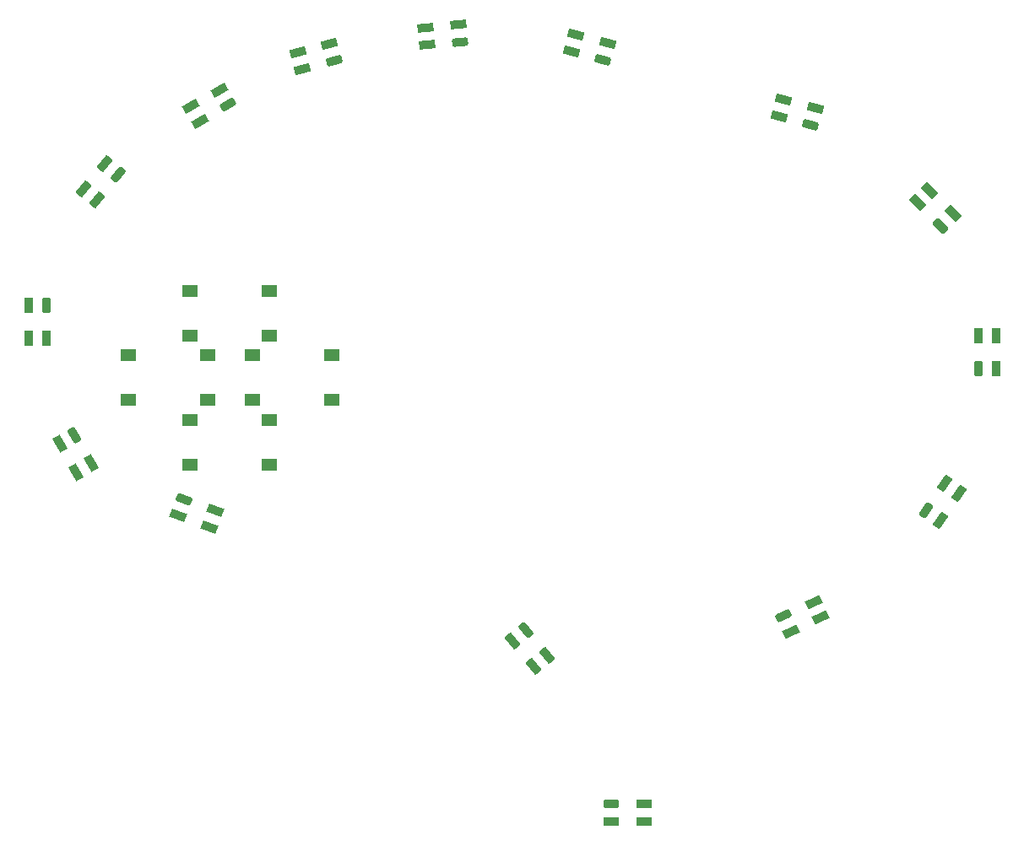
<source format=gtp>
G04 Layer_Color=7318015*
%FSLAX25Y25*%
%MOIN*%
G70*
G01*
G75*
%ADD10R,0.06102X0.05118*%
G04:AMPARAMS|DCode=11|XSize=62.99mil|YSize=33.47mil|CornerRadius=8.37mil|HoleSize=0mil|Usage=FLASHONLY|Rotation=340.000|XOffset=0mil|YOffset=0mil|HoleType=Round|Shape=RoundedRectangle|*
%AMROUNDEDRECTD11*
21,1,0.06299,0.01673,0,0,340.0*
21,1,0.04626,0.03347,0,0,340.0*
1,1,0.01673,0.01887,-0.01577*
1,1,0.01673,-0.02460,0.00005*
1,1,0.01673,-0.01887,0.01577*
1,1,0.01673,0.02460,-0.00005*
%
%ADD11ROUNDEDRECTD11*%
G04:AMPARAMS|DCode=12|XSize=62.99mil|YSize=33.47mil|CornerRadius=0mil|HoleSize=0mil|Usage=FLASHONLY|Rotation=340.000|XOffset=0mil|YOffset=0mil|HoleType=Round|Shape=Rectangle|*
%AMROTATEDRECTD12*
4,1,4,-0.03532,-0.00495,-0.02387,0.02650,0.03532,0.00495,0.02387,-0.02650,-0.03532,-0.00495,0.0*
%
%ADD12ROTATEDRECTD12*%

G04:AMPARAMS|DCode=13|XSize=62.99mil|YSize=33.47mil|CornerRadius=8.37mil|HoleSize=0mil|Usage=FLASHONLY|Rotation=300.000|XOffset=0mil|YOffset=0mil|HoleType=Round|Shape=RoundedRectangle|*
%AMROUNDEDRECTD13*
21,1,0.06299,0.01673,0,0,300.0*
21,1,0.04626,0.03347,0,0,300.0*
1,1,0.01673,0.00432,-0.02421*
1,1,0.01673,-0.01881,0.01585*
1,1,0.01673,-0.00432,0.02421*
1,1,0.01673,0.01881,-0.01585*
%
%ADD13ROUNDEDRECTD13*%
G04:AMPARAMS|DCode=14|XSize=62.99mil|YSize=33.47mil|CornerRadius=0mil|HoleSize=0mil|Usage=FLASHONLY|Rotation=300.000|XOffset=0mil|YOffset=0mil|HoleType=Round|Shape=Rectangle|*
%AMROTATEDRECTD14*
4,1,4,-0.03024,0.01891,-0.00126,0.03564,0.03024,-0.01891,0.00126,-0.03564,-0.03024,0.01891,0.0*
%
%ADD14ROTATEDRECTD14*%

G04:AMPARAMS|DCode=15|XSize=62.99mil|YSize=33.47mil|CornerRadius=8.37mil|HoleSize=0mil|Usage=FLASHONLY|Rotation=270.000|XOffset=0mil|YOffset=0mil|HoleType=Round|Shape=RoundedRectangle|*
%AMROUNDEDRECTD15*
21,1,0.06299,0.01673,0,0,270.0*
21,1,0.04626,0.03347,0,0,270.0*
1,1,0.01673,-0.00837,-0.02313*
1,1,0.01673,-0.00837,0.02313*
1,1,0.01673,0.00837,0.02313*
1,1,0.01673,0.00837,-0.02313*
%
%ADD15ROUNDEDRECTD15*%
%ADD16R,0.03347X0.06299*%
G04:AMPARAMS|DCode=17|XSize=62.99mil|YSize=33.47mil|CornerRadius=8.37mil|HoleSize=0mil|Usage=FLASHONLY|Rotation=230.000|XOffset=0mil|YOffset=0mil|HoleType=Round|Shape=RoundedRectangle|*
%AMROUNDEDRECTD17*
21,1,0.06299,0.01673,0,0,230.0*
21,1,0.04626,0.03347,0,0,230.0*
1,1,0.01673,-0.02128,-0.01234*
1,1,0.01673,0.00846,0.02310*
1,1,0.01673,0.02128,0.01234*
1,1,0.01673,-0.00846,-0.02310*
%
%ADD17ROUNDEDRECTD17*%
G04:AMPARAMS|DCode=18|XSize=62.99mil|YSize=33.47mil|CornerRadius=0mil|HoleSize=0mil|Usage=FLASHONLY|Rotation=230.000|XOffset=0mil|YOffset=0mil|HoleType=Round|Shape=Rectangle|*
%AMROTATEDRECTD18*
4,1,4,0.00743,0.03488,0.03306,0.01337,-0.00743,-0.03488,-0.03306,-0.01337,0.00743,0.03488,0.0*
%
%ADD18ROTATEDRECTD18*%

G04:AMPARAMS|DCode=19|XSize=62.99mil|YSize=33.47mil|CornerRadius=8.37mil|HoleSize=0mil|Usage=FLASHONLY|Rotation=210.000|XOffset=0mil|YOffset=0mil|HoleType=Round|Shape=RoundedRectangle|*
%AMROUNDEDRECTD19*
21,1,0.06299,0.01673,0,0,210.0*
21,1,0.04626,0.03347,0,0,210.0*
1,1,0.01673,-0.02421,-0.00432*
1,1,0.01673,0.01585,0.01881*
1,1,0.01673,0.02421,0.00432*
1,1,0.01673,-0.01585,-0.01881*
%
%ADD19ROUNDEDRECTD19*%
G04:AMPARAMS|DCode=20|XSize=62.99mil|YSize=33.47mil|CornerRadius=0mil|HoleSize=0mil|Usage=FLASHONLY|Rotation=210.000|XOffset=0mil|YOffset=0mil|HoleType=Round|Shape=Rectangle|*
%AMROTATEDRECTD20*
4,1,4,0.01891,0.03024,0.03564,0.00126,-0.01891,-0.03024,-0.03564,-0.00126,0.01891,0.03024,0.0*
%
%ADD20ROTATEDRECTD20*%

G04:AMPARAMS|DCode=21|XSize=62.99mil|YSize=33.47mil|CornerRadius=8.37mil|HoleSize=0mil|Usage=FLASHONLY|Rotation=195.000|XOffset=0mil|YOffset=0mil|HoleType=Round|Shape=RoundedRectangle|*
%AMROUNDEDRECTD21*
21,1,0.06299,0.01673,0,0,195.0*
21,1,0.04626,0.03347,0,0,195.0*
1,1,0.01673,-0.02451,0.00210*
1,1,0.01673,0.02018,0.01407*
1,1,0.01673,0.02451,-0.00210*
1,1,0.01673,-0.02018,-0.01407*
%
%ADD21ROUNDEDRECTD21*%
G04:AMPARAMS|DCode=22|XSize=62.99mil|YSize=33.47mil|CornerRadius=0mil|HoleSize=0mil|Usage=FLASHONLY|Rotation=195.000|XOffset=0mil|YOffset=0mil|HoleType=Round|Shape=Rectangle|*
%AMROTATEDRECTD22*
4,1,4,0.02609,0.02431,0.03475,-0.00801,-0.02609,-0.02431,-0.03475,0.00801,0.02609,0.02431,0.0*
%
%ADD22ROTATEDRECTD22*%

G04:AMPARAMS|DCode=23|XSize=62.99mil|YSize=33.47mil|CornerRadius=8.37mil|HoleSize=0mil|Usage=FLASHONLY|Rotation=185.000|XOffset=0mil|YOffset=0mil|HoleType=Round|Shape=RoundedRectangle|*
%AMROUNDEDRECTD23*
21,1,0.06299,0.01673,0,0,185.0*
21,1,0.04626,0.03347,0,0,185.0*
1,1,0.01673,-0.02377,0.00632*
1,1,0.01673,0.02231,0.01035*
1,1,0.01673,0.02377,-0.00632*
1,1,0.01673,-0.02231,-0.01035*
%
%ADD23ROUNDEDRECTD23*%
G04:AMPARAMS|DCode=24|XSize=62.99mil|YSize=33.47mil|CornerRadius=0mil|HoleSize=0mil|Usage=FLASHONLY|Rotation=185.000|XOffset=0mil|YOffset=0mil|HoleType=Round|Shape=Rectangle|*
%AMROTATEDRECTD24*
4,1,4,0.02992,0.01941,0.03284,-0.01392,-0.02992,-0.01941,-0.03284,0.01392,0.02992,0.01941,0.0*
%
%ADD24ROTATEDRECTD24*%

G04:AMPARAMS|DCode=25|XSize=62.99mil|YSize=33.47mil|CornerRadius=8.37mil|HoleSize=0mil|Usage=FLASHONLY|Rotation=165.000|XOffset=0mil|YOffset=0mil|HoleType=Round|Shape=RoundedRectangle|*
%AMROUNDEDRECTD25*
21,1,0.06299,0.01673,0,0,165.0*
21,1,0.04626,0.03347,0,0,165.0*
1,1,0.01673,-0.02018,0.01407*
1,1,0.01673,0.02451,0.00210*
1,1,0.01673,0.02018,-0.01407*
1,1,0.01673,-0.02451,-0.00210*
%
%ADD25ROUNDEDRECTD25*%
G04:AMPARAMS|DCode=26|XSize=62.99mil|YSize=33.47mil|CornerRadius=0mil|HoleSize=0mil|Usage=FLASHONLY|Rotation=165.000|XOffset=0mil|YOffset=0mil|HoleType=Round|Shape=Rectangle|*
%AMROTATEDRECTD26*
4,1,4,0.03475,0.00801,0.02609,-0.02431,-0.03475,-0.00801,-0.02609,0.02431,0.03475,0.00801,0.0*
%
%ADD26ROTATEDRECTD26*%

G04:AMPARAMS|DCode=27|XSize=62.99mil|YSize=33.47mil|CornerRadius=8.37mil|HoleSize=0mil|Usage=FLASHONLY|Rotation=135.000|XOffset=0mil|YOffset=0mil|HoleType=Round|Shape=RoundedRectangle|*
%AMROUNDEDRECTD27*
21,1,0.06299,0.01673,0,0,135.0*
21,1,0.04626,0.03347,0,0,135.0*
1,1,0.01673,-0.01044,0.02227*
1,1,0.01673,0.02227,-0.01044*
1,1,0.01673,0.01044,-0.02227*
1,1,0.01673,-0.02227,0.01044*
%
%ADD27ROUNDEDRECTD27*%
G04:AMPARAMS|DCode=28|XSize=62.99mil|YSize=33.47mil|CornerRadius=0mil|HoleSize=0mil|Usage=FLASHONLY|Rotation=135.000|XOffset=0mil|YOffset=0mil|HoleType=Round|Shape=Rectangle|*
%AMROTATEDRECTD28*
4,1,4,0.03410,-0.01044,0.01044,-0.03410,-0.03410,0.01044,-0.01044,0.03410,0.03410,-0.01044,0.0*
%
%ADD28ROTATEDRECTD28*%

G04:AMPARAMS|DCode=29|XSize=62.99mil|YSize=33.47mil|CornerRadius=8.37mil|HoleSize=0mil|Usage=FLASHONLY|Rotation=55.000|XOffset=0mil|YOffset=0mil|HoleType=Round|Shape=RoundedRectangle|*
%AMROUNDEDRECTD29*
21,1,0.06299,0.01673,0,0,55.0*
21,1,0.04626,0.03347,0,0,55.0*
1,1,0.01673,0.02012,0.01415*
1,1,0.01673,-0.00641,-0.02375*
1,1,0.01673,-0.02012,-0.01415*
1,1,0.01673,0.00641,0.02375*
%
%ADD29ROUNDEDRECTD29*%
G04:AMPARAMS|DCode=30|XSize=62.99mil|YSize=33.47mil|CornerRadius=0mil|HoleSize=0mil|Usage=FLASHONLY|Rotation=55.000|XOffset=0mil|YOffset=0mil|HoleType=Round|Shape=Rectangle|*
%AMROTATEDRECTD30*
4,1,4,-0.00436,-0.03540,-0.03177,-0.01620,0.00436,0.03540,0.03177,0.01620,-0.00436,-0.03540,0.0*
%
%ADD30ROTATEDRECTD30*%

G04:AMPARAMS|DCode=31|XSize=62.99mil|YSize=33.47mil|CornerRadius=8.37mil|HoleSize=0mil|Usage=FLASHONLY|Rotation=25.000|XOffset=0mil|YOffset=0mil|HoleType=Round|Shape=RoundedRectangle|*
%AMROUNDEDRECTD31*
21,1,0.06299,0.01673,0,0,25.0*
21,1,0.04626,0.03347,0,0,25.0*
1,1,0.01673,0.02450,0.00219*
1,1,0.01673,-0.01743,-0.01736*
1,1,0.01673,-0.02450,-0.00219*
1,1,0.01673,0.01743,0.01736*
%
%ADD31ROUNDEDRECTD31*%
G04:AMPARAMS|DCode=32|XSize=62.99mil|YSize=33.47mil|CornerRadius=0mil|HoleSize=0mil|Usage=FLASHONLY|Rotation=25.000|XOffset=0mil|YOffset=0mil|HoleType=Round|Shape=Rectangle|*
%AMROTATEDRECTD32*
4,1,4,-0.02147,-0.02848,-0.03562,0.00185,0.02147,0.02848,0.03562,-0.00185,-0.02147,-0.02848,0.0*
%
%ADD32ROTATEDRECTD32*%

G04:AMPARAMS|DCode=33|XSize=62.99mil|YSize=33.47mil|CornerRadius=8.37mil|HoleSize=0mil|Usage=FLASHONLY|Rotation=0.000|XOffset=0mil|YOffset=0mil|HoleType=Round|Shape=RoundedRectangle|*
%AMROUNDEDRECTD33*
21,1,0.06299,0.01673,0,0,0.0*
21,1,0.04626,0.03347,0,0,0.0*
1,1,0.01673,0.02313,-0.00837*
1,1,0.01673,-0.02313,-0.00837*
1,1,0.01673,-0.02313,0.00837*
1,1,0.01673,0.02313,0.00837*
%
%ADD33ROUNDEDRECTD33*%
%ADD34R,0.06299X0.03347*%
G04:AMPARAMS|DCode=35|XSize=62.99mil|YSize=33.47mil|CornerRadius=8.37mil|HoleSize=0mil|Usage=FLASHONLY|Rotation=310.000|XOffset=0mil|YOffset=0mil|HoleType=Round|Shape=RoundedRectangle|*
%AMROUNDEDRECTD35*
21,1,0.06299,0.01673,0,0,310.0*
21,1,0.04626,0.03347,0,0,310.0*
1,1,0.01673,0.00846,-0.02310*
1,1,0.01673,-0.02128,0.01234*
1,1,0.01673,-0.00846,0.02310*
1,1,0.01673,0.02128,-0.01234*
%
%ADD35ROUNDEDRECTD35*%
G04:AMPARAMS|DCode=36|XSize=62.99mil|YSize=33.47mil|CornerRadius=0mil|HoleSize=0mil|Usage=FLASHONLY|Rotation=310.000|XOffset=0mil|YOffset=0mil|HoleType=Round|Shape=Rectangle|*
%AMROTATEDRECTD36*
4,1,4,-0.03306,0.01337,-0.00743,0.03488,0.03306,-0.01337,0.00743,-0.03488,-0.03306,0.01337,0.0*
%
%ADD36ROTATEDRECTD36*%

D10*
X391650Y246642D02*
D03*
X360350D02*
D03*
X391650Y264358D02*
D03*
X360350D02*
D03*
X342650Y246642D02*
D03*
X311350D02*
D03*
X342650Y264358D02*
D03*
X311350D02*
D03*
X335783Y238858D02*
D03*
X367083D02*
D03*
X335783Y221142D02*
D03*
X367083D02*
D03*
X335783Y289686D02*
D03*
X367083D02*
D03*
X335783Y271970D02*
D03*
X367083D02*
D03*
D11*
X333574Y207459D02*
D03*
D12*
X331218Y200985D02*
D03*
X343426Y196541D02*
D03*
X345782Y203015D02*
D03*
D13*
X290235Y232848D02*
D03*
D14*
X284269Y229403D02*
D03*
X290765Y218152D02*
D03*
X296731Y221597D02*
D03*
D15*
X278945Y283996D02*
D03*
X647055Y259004D02*
D03*
D16*
X272055Y283996D02*
D03*
Y271004D02*
D03*
X278945D02*
D03*
X653945Y259004D02*
D03*
Y271996D02*
D03*
X647055D02*
D03*
D17*
X307314Y335762D02*
D03*
D18*
X302037Y340191D02*
D03*
X293686Y330238D02*
D03*
X298963Y325809D02*
D03*
D19*
X350848Y363265D02*
D03*
D20*
X347403Y369231D02*
D03*
X336152Y362735D02*
D03*
X339597Y356769D02*
D03*
D21*
X392666Y380854D02*
D03*
D22*
X390883Y387509D02*
D03*
X378334Y384146D02*
D03*
X380117Y377491D02*
D03*
D23*
X442272Y388134D02*
D03*
D24*
X441671Y394998D02*
D03*
X428728Y393866D02*
D03*
X429329Y387002D02*
D03*
D25*
X498883Y380991D02*
D03*
X580883Y355491D02*
D03*
D26*
X500666Y387646D02*
D03*
X488117Y391009D02*
D03*
X486334Y384354D02*
D03*
X582666Y362146D02*
D03*
X570117Y365509D02*
D03*
X568334Y358854D02*
D03*
D27*
X632158Y315471D02*
D03*
D28*
X637029Y320342D02*
D03*
X627843Y329529D02*
D03*
X622971Y324658D02*
D03*
D29*
X626452Y203155D02*
D03*
D30*
X632096Y199203D02*
D03*
X639548Y209845D02*
D03*
X633904Y213797D02*
D03*
D31*
X570157Y161377D02*
D03*
D32*
X573068Y155132D02*
D03*
X584843Y160623D02*
D03*
X581932Y166867D02*
D03*
D33*
X502004Y86945D02*
D03*
D34*
Y80055D02*
D03*
X514996D02*
D03*
Y86945D02*
D03*
D35*
X468463Y155691D02*
D03*
D36*
X463186Y151262D02*
D03*
X471537Y141309D02*
D03*
X476815Y145738D02*
D03*
M02*

</source>
